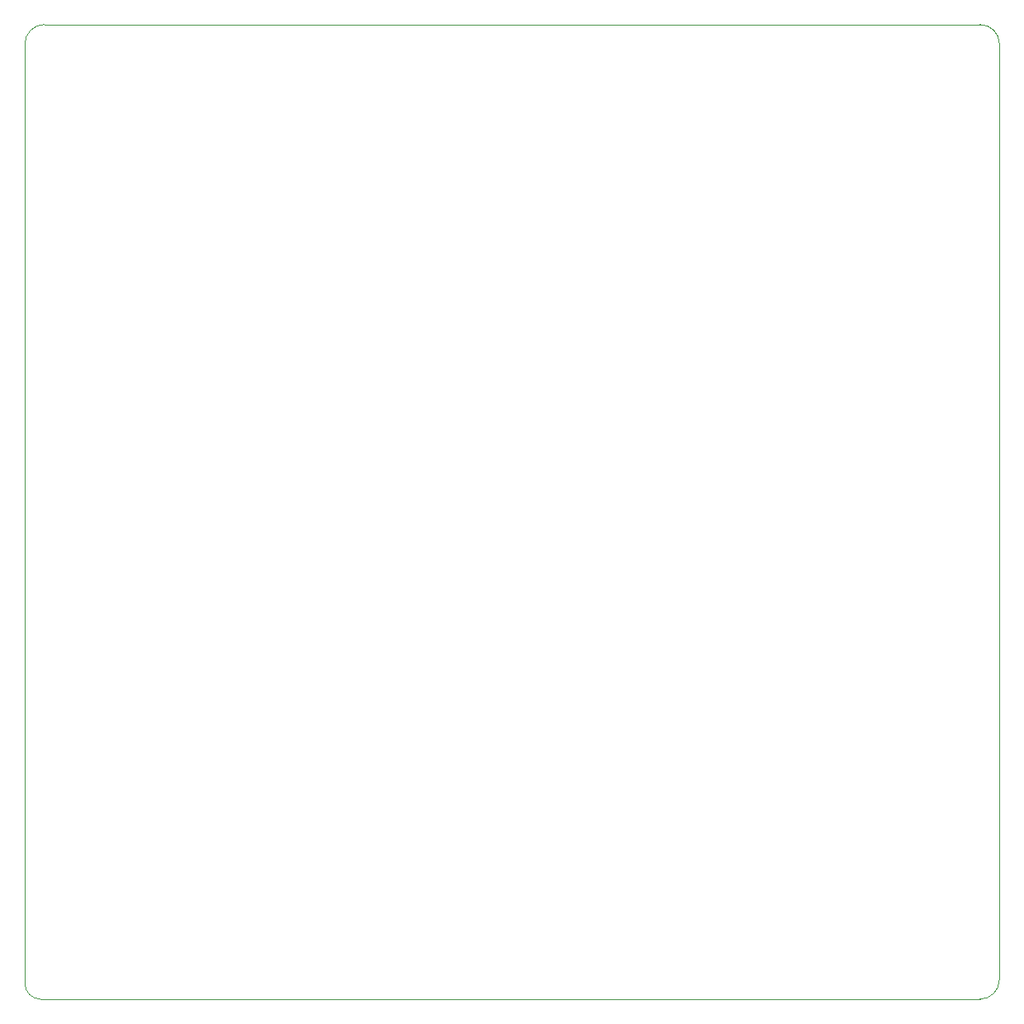
<source format=gbr>
G04 (created by PCBNEW (2013-07-07 BZR 4022)-stable) date 7/27/2015 3:09:40 PM*
%MOIN*%
G04 Gerber Fmt 3.4, Leading zero omitted, Abs format*
%FSLAX34Y34*%
G01*
G70*
G90*
G04 APERTURE LIST*
%ADD10C,0.00590551*%
%ADD11C,0.00393701*%
G04 APERTURE END LIST*
G54D10*
G54D11*
X69685Y-21102D02*
X69685Y-58897D01*
X31102Y-20314D02*
X68897Y-20314D01*
X30314Y-59055D02*
X30314Y-21102D01*
X68897Y-59685D02*
X30944Y-59685D01*
X68897Y-59685D02*
G75*
G03X69685Y-58897I0J787D01*
G74*
G01*
X30314Y-59055D02*
G75*
G03X30944Y-59685I629J0D01*
G74*
G01*
X69685Y-21102D02*
G75*
G03X68897Y-20314I-787J0D01*
G74*
G01*
X31102Y-20314D02*
G75*
G03X30314Y-21102I0J-787D01*
G74*
G01*
M02*

</source>
